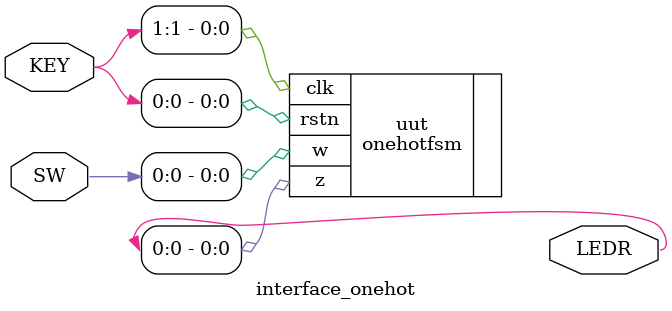
<source format=v>
module interface_onehot( /*CLOCK_50,*/KEY,LEDR,SW );
//input CLOCK_50;
input[1:0]KEY;
input [1:0]SW;
output [1:0]LEDR;


 onehotfsm uut(.clk(KEY[1]),.w(SW[0]),.rstn(KEY[0]),.z(LEDR[0]));
 
 endmodule

</source>
